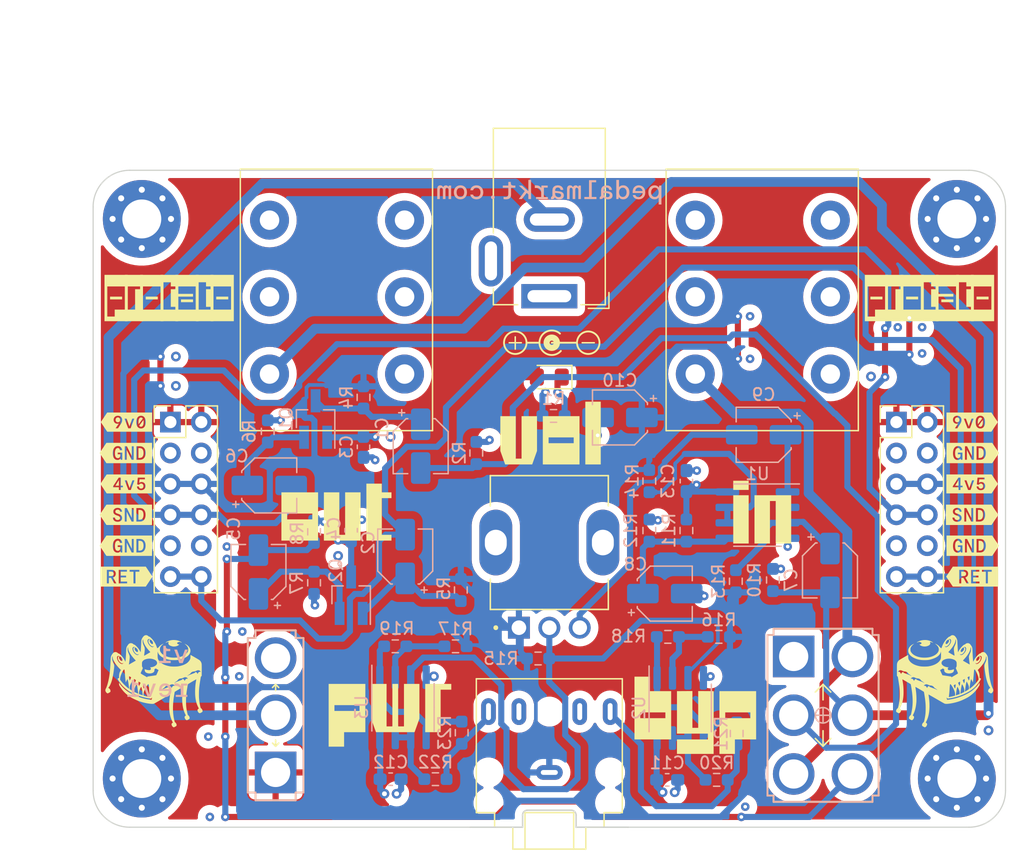
<source format=kicad_pcb>
(kicad_pcb (version 20211014) (generator pcbnew)
  (layers (0 "F.Cu" signal) (1 "In1.Cu" signal) (2 "In2.Cu" signal) (31 "B.Cu" signal) (34 "B.Paste" user) (35 "F.Paste" user) (36 "B.SilkS" user "B.Silkscreen") (37 "F.SilkS" user "F.Silkscreen") (38 "B.Mask" user) (39 "F.Mask" user) (44 "Edge.Cuts" user))
  (net 0 "")
  (net 1 "Net-(C1-Pad1)")
  (net 2 "/Return")
  (net 3 "Net-(C2-Pad1)")
  (net 4 "/Send")
  (net 5 "/Von")
  (net 6 "GND")
  (net 7 "Net-(C5-Pad1)")
  (net 8 "/SendBuf")
  (net 9 "Net-(C6-Pad1)")
  (net 10 "/ReturnBuf")
  (net 11 "Net-(C7-Pad1)")
  (net 12 "/OutJack")
  (net 13 "Net-(C8-Pad1)")
  (net 14 "Net-(C9-Pad1)")
  (net 15 "Net-(C9-Pad2)")
  (net 16 "/+4.5V")
  (net 17 "Net-(D1-Pad1)")
  (net 18 "+9V")
  (net 22 "/InJack")
  (net 26 "/HeadphoneR")
  (net 28 "/HeadphoneL")
  (net 30 "Net-(R14-Pad1)")
  (net 31 "Net-(R15-Pad1)")
  (net 32 "Net-(R16-Pad2)")
  (net 33 "Net-(R17-Pad2)")
  (net 34 "Net-(R18-Pad2)")
  (net 35 "Net-(R19-Pad2)")
  (net 36 "Net-(R20-Pad1)")
  (net 37 "Net-(R22-Pad1)")
  (footprint "kibuzzard-65D7717A" (layer "F.Cu") (at 84.4 104.8)
    (fp_text reference "kibuzzard-65D7717A" hide)
    (fp_text value "G***" hide)
  )
  (footprint "switches:SPDT.LUGS" (layer "F.Cu") (at 75 104.8 180)
    (fp_text reference "SW2" hide)
    (fp_text value "PWRSW" hide)
  )
  (footprint "kibuzzard-65D77824" (layer "F.Cu") (at 128.75 70.5)
    (fp_text reference "kibuzzard-65D77824" hide)
    (fp_text value "G***" hide)
  )
  (footprint "switches:DPDT.LUGS" (layer "F.Cu") (at 120 104.8)
    (fp_text reference "SW1" hide)
    (fp_text value "SignalSW" hide)
  )
  (footprint "kibuzzard-65D621F1" (layer "F.Cu") (at 62.6872 83.241)
    (fp_text reference "kibuzzard-65D621F1" hide)
    (fp_text value "G***" hide)
  )
  (footprint "LOGO" (layer "F.Cu") (at 130 102)
    (fp_text reference "G***" hide)
    (fp_text value "LOGO" hide)
  )
  (footprint "tayda-6mm35-jack-pcb-compact:tayda-6mm35-jack-pcb-compact" (layer "F.Cu") (at 81.4 59.9 90)
    (fp_text reference "J6" hide)
    (fp_text value "Out")
  )
  (footprint "kibuzzard-65D7710E" (layer "F.Cu") (at 115 88.1)
    (fp_text reference "kibuzzard-65D7710E" hide)
    (fp_text value "G***" hide)
  )
  (footprint "kibuzzard-65D6222D" (layer "F.Cu") (at 62.6872 90.861)
    (fp_text reference "kibuzzard-65D6222D" hide)
    (fp_text value "G***" hide)
  )
  (footprint "Symbol:Symbol_Barrel_Polarity" (layer "F.Cu") (at 97.7 74.1)
    (fp_text reference "REF**" hide)
    (fp_text value "Symbol_Barrel_Polarity")
  )
  (footprint "kibuzzard-65D61F98" (layer "F.Cu") (at 132.3086 83.241)
    (fp_text reference "kibuzzard-65D61F98" hide)
    (fp_text value "G***" hide)
  )
  (footprint "MountingHole:MountingHole_3.2mm_M3_Pad_Via" (layer "F.Cu") (at 64 110)
    (fp_text reference "H3" hide)
    (fp_text value "BL")
  )
  (footprint "LED_SMD:LED_0805_2012Metric_Pad1.15x1.40mm_HandSolder" (layer "F.Cu") (at 97.5 77 180)
    (fp_text reference "D1" hide)
    (fp_text value "PWRLED")
  )
  (footprint "tayda-6mm35-jack-pcb-compact:tayda-6mm35-jack-pcb-compact" (layer "F.Cu") (at 116.4 59.9 90)
    (fp_text reference "J5" hide)
    (fp_text value "In")
  )
  (footprint "kibuzzard-65D61F98" (layer "F.Cu") (at 132.3086 90.861)
    (fp_text reference "kibuzzard-65D61F98" hide)
    (fp_text value "G***" hide)
  )
  (footprint "kibuzzard-65D77151" (layer "F.Cu") (at 97.6 81.6)
    (fp_text reference "kibuzzard-65D77151" hide)
    (fp_text value "G***" hide)
  )
  (footprint "MountingHole:MountingHole_3.2mm_M3_Pad_Via" (layer "F.Cu") (at 131 110)
    (fp_text reference "H4" hide)
    (fp_text value "BR")
  )
  (footprint "kibuzzard-65D6223E" (layer "F.Cu") (at 62.738 93.401)
    (fp_text reference "kibuzzard-65D6223E" hide)
    (fp_text value "G***" hide)
  )
  (footprint "kibuzzard-65D621FF" (layer "F.Cu") (at 62.7126 85.781)
    (fp_text reference "kibuzzard-65D621FF" hide)
    (fp_text value "G***" hide)
  )
  (footprint "Connector_Audio:Jack_3.5mm_CUI_SJ1-3525N_Horizontal" (layer "F.Cu") (at 97.5 109.5)
    (fp_text reference "J7" hide)
    (fp_text value "Headphone")
    (fp_line (start 1.8 3.1) (end -1.8 3.1) (layer "Edge.Cuts") (width 0.12))
    (fp_line (start 2.2 3.5) (end 2.2 4.5) (layer "Edge.Cuts") (width 0.12))
    (fp_line (start -2.2 3.5) (end -2.2 4.5) (layer "Edge.Cuts") (width 0.12))
    (fp_line (start -2.2 4.5) (end -6.5 4.5) (layer "Edge.Cuts") (width 0.12))
    (fp_line (start 2.2 4.5) (end 6.5 4.5) (layer "Edge.Cuts") (width 0.12))
    (fp_arc (start 1.8 3.1) (mid 2.082843 3.217157) (end 2.2 3.5) (layer "Edge.Cuts") (width 0.12))
    (fp_arc (start -2.2 3.5) (mid -2.082842 3.217158) (end -1.8 3.1) (layer "Edge.Cuts") (width 0.12))
  )
  (footprint "kibuzzard-65D621E9" (layer "F.Cu") (at 62.738 80.701)
    (fp_text reference "kibuzzard-65D621E9" hide)
    (fp_text value "G***" hide)
  )
  (footprint "kibuzzard-65D62017" (layer "F.Cu") (at 132.2578 80.701)
    (fp_text reference "kibuzzard-65D62017" hide)
    (fp_text value "G***" hide)
  )
  (footprint "kibuzzard-65D61F93" (layer "F.Cu") (at 132.2578 85.781)
    (fp_text reference "kibuzzard-65D61F93" hide)
    (fp_text value "G***" hide)
  )
  (footprint "Connector_PinHeader_2.54mm:PinHeader_2x06_P2.54mm_Vertical" (layer "F.Cu") (at 66.35 80.701)
    (fp_text reference "J8" hide)
    (fp_text value "Conn")
  )
  (footprint "Connector_BarrelJack:BarrelJack_GCT_DCJ200-10-A_Horizontal" (layer "F.Cu") (at 97.5 70.35 180)
    (fp_text reference "J4" hide)
    (fp_text value "PWR")
  )
  (footprint "kibuzzard-65D77183" (layer "F.Cu") (at 109.5 104.8)
    (fp_text reference "kibuzzard-65D77183" hide)
    (fp_text value "G***" hide)
  )
  (footprint "kibuzzard-65D7712F" (layer "F.Cu") (at 80 88.1)
    (fp_text reference "kibuzzard-65D7712F" hide)
    (fp_text value "G***" hide)
  )
  (footprint "MountingHole:MountingHole_3.2mm_M3_Pad_Via" (layer "F.Cu") (at 64 64)
    (fp_text reference "H1" hide)
    (fp_text value "TL")
  )
  (footprint "kibuzzard-65D62054" (layer "F.Cu") (at 132.2578 93.401)
    (fp_text reference "kibuzzard-65D62054" hide)
    (fp_text value "G***" hide)
  )
  (footprint "R0904NB10KL-25KQ:V3_TRIM_R0904NB10KL-Keepout" (layer "F.Cu") (at 97.5 90.6)
    (fp_text reference "RV1" hide)
    (fp_text value "A20K")
  )
  (footprint "LOGO" (layer "F.Cu") (at 65 102)
    (fp_text reference "G***" hide)
    (fp_text value "LOGO" hide)
  )
  (footprint "kibuzzard-65D77819" (layer "F.Cu") (at 66.25 70.5)
    (fp_text reference "kibuzzard-65D77819" hide)
    (fp_text value "G***" hide)
  )
  (footprint "kibuzzard-65D0BA3D" (layer "F.Cu") (at 132.2578 88.321)
    (fp_text reference "kibuzzard-65D0BA3D" hide)
    (fp_text value "G***" hide)
  )
  (footprint "Connector_PinHeader_2.54mm:PinHeader_2x06_P2.54mm_Vertical" (layer "F.Cu") (at 126.03 80.701)
    (fp_text reference "J3" hide)
    (fp_text value "Conn")
  )
  (footprint "MountingHole:MountingHole_3.2mm_M3_Pad_Via" (layer "F.Cu") (at 131 64)
    (fp_text reference "H2" hide)
    (fp_text value "TR")
  )
  (footprint "kibuzzard-65D6221F" (layer "F.Cu") (at 62.6872 88.321)
    (fp_text reference "kibuzzard-65D6221F" hide)
    (fp_text value "G***" hide)
  )
  (footprint "Package_TO_SOT_SMD:SOT-23_Handsoldering" (layer "B.Cu") (at 78.288 80.447 90)
    (fp_text reference "Q1")
    (fp_text value "J201")
  )
  (footprint "Resistor_SMD:R_0603_1608Metric_Pad0.98x0.95mm_HandSolder" (layer "B.Cu") (at 96.576 100.132 180)
    (fp_text reference "R15")
    (fp_text value "4.7K")
  )
  (footprint "Resistor_SMD:R_0603_1608Metric_Pad0.98x0.95mm_HandSolder" (layer "B.Cu") (at 74.351 81.463 90)
    (fp_text reference "R6")
    (fp_text value "3.3K")
  )
  (footprint "Package_SO:SOIC-8_3.9x4.9mm_P1.27mm" (layer "B.Cu") (at 114.61 88.3445 180)
    (fp_text reference "U1")
    (fp_text value "TL072")
  )
  (footprint "Package_TO_SOT_SMD:SOT-23_Handsoldering" (layer "B.Cu") (at 81.209 94.925 90)
    (fp_text reference "Q2")
    (fp_text value "3904 BEC")
  )
  (footprint "Resistor_SMD:R_0603_1608Metric_Pad0.98x0.95mm_HandSolder" (layer "B.Cu") (at 78.161 93.909 -90)
    (fp_text reference "R7")
    (fp_text value "3.3K")
  )
  (footprint "Resistor_SMD:R_0603_1608Metric_Pad0.98x0.95mm_HandSolder" (layer "B.Cu") (at 111.435 98.354 180)
    (fp_text reference "R16")
    (fp_text value "1K")
  )
  (footprint "Capacitor_SMD:CP_Elec_4x5.4" (layer "B.Cu") (at 85.654 91.75 90)
    (fp_text reference "C2")
    (fp_text value "470n")
  )
  (footprint "Resistor_SMD:R_0603_1608Metric_Pad0.98x0.95mm_HandSolder" (layer "B.Cu") (at 88.138 110.053)
    (fp_text reference "R22")
    (fp_text value "1K")
  )
  (footprint "Capacitor_SMD:C_0603_1608Metric_Pad1.08x0.95mm_HandSolder" (layer "B.Cu") (at 82.225 82.733 -90)
    (fp_text reference "C3")
    (fp_text value "100n")
  )
  (footprint "Capacitor_SMD:CP_Elec_4x5.4" (layer "B.Cu") (at 73.589 93.02 90)
    (fp_text reference "C5")
    (fp_text value "4.7u")
  )
  (footprint "Resistor_SMD:R_0603_1608Metric_Pad0.98x0.95mm_HandSolder" (layer "B.Cu") (at 105.72 89.6145 90)
    (fp_text reference "R12")
    (fp_text value "10K")
  )
  (footprint "Capacitor_SMD:CP_Elec_4x5.4" (layer "B.Cu") (at 86.924 82.677 -90)
    (fp_text reference "C1")
    (fp_text value "100n")
  )
  (footprint "Resistor_SMD:R_0603_1608Metric_Pad0.98x0.95mm_HandSolder" (layer "B.Cu") (at 111.252 110.109)
    (fp_text reference "R20")
    (fp_text value "1K")
  )
  (footprint "Capacitor_SMD:C_0603_1608Metric_Pad1.08x0.95mm_HandSolder" (layer "B.Cu") (at 107.188 110.109)
    (fp_text reference "C11")
    (fp_text value "100n")
  )
  (footprint "Resistor_SMD:R_0603_1608Metric_Pad0.98x0.95mm_HandSolder" (layer "B.Cu") (at 89.789 99.131 180)
    (fp_text reference "R17")
    (fp_text value "1K")
  )
  (footprint "Capacitor_SMD:CP_Elec_4x5.4" (layer "B.Cu") (at 120.57 92.8945 -90)
    (fp_text reference "C7")
    (fp_text value "100n")
  )
  (footprint "Resistor_SMD:R_0603_1608Metric_Pad0.98x0.95mm_HandSolder" (layer "B.Cu") (at 108.768 89.6145 -90)
    (fp_text reference "R11")
    (fp_text value "10K")
  )
  (footprint "Package_SO:SOIC-8_3.9x4.9mm_P1.27mm" (layer "B.Cu") (at 85.471 104.14 -90)
    (fp_text reference "U3")
    (fp_text value "NE5532")
  )
  (footprint "Resistor_SMD:R_0603_1608Metric_Pad0.98x0.95mm_HandSolder" (layer "B.Cu") (at 91.496 83.241 90)
    (fp_text reference "R2")
    (fp_text value "1M")
  )
  (footprint "Resistor_SMD:R_0603_1608Metric_Pad0.98x0.95mm_HandSolder" (layer "B.Cu") (at 84.836 99.131 180)
    (fp_text reference "R19")
    (fp_text value "2.2K")
  )
  (footprint "Resistor_SMD:R_0603_1608Metric_Pad0.98x0.95mm_HandSolder" (layer "B.Cu") (at 82.225 78.669 90)
    (fp_text reference "R4")
    (fp_text value "1M")
  )
  (footprint "Capacitor_SMD:C_0603_1608Metric_Pad1.08x0.95mm_HandSolder" (layer "B.Cu") (at 84.455 110.053)
    (fp_text reference "C12")
    (fp_text value "100n")
  )
  (footprint "Capacitor_SMD:CP_Elec_4x5.4" (layer "B.Cu") (at 106.99 94.798)
    (fp_text reference "C8")
    (fp_text value "10u")
  )
  (footprint "Capacitor_SMD:CP_Elec_4x5.4" (layer "B.Cu") (at 103.307 80.32 180)
    (fp_text reference "C10")
    (fp_text value "470u")
  )
  (footprint "Capacitor_SMD:C_0603_1608Metric_Pad1.08x0.95mm_HandSolder" (layer "B.Cu") (at 81.209 89.591 90)
    (fp_text reference "C4")
    (fp_text value "100n")
  )
  (footprint "Resistor_SMD:R_0603_1608Metric_Pad0.98x0.95mm_HandSolder" (layer "B.Cu") (at 78.161 89.718 90)
    (fp_text reference "R8")
    (fp_text value "10K")
  )
  (footprint "Resistor_SMD:R_0603_1608Metric_Pad0.98x0.95mm_HandSolder" (layer "B.Cu") (at 97.846 80.193 180)
    (fp_text reference "R1")
    (fp_text value "2.2K")
  )
  (footprint "Resistor_SMD:R_0603_1608Metric_Pad0.98x0.95mm_HandSolder" (layer "B.Cu") (at 112.903 106.299 -90)
    (fp_text reference "R21")
    (fp_text value "1K")
  )
  (footprint "Resistor_SMD:R_0603_1608Metric_Pad0.98x0.95mm_HandSolder" (layer "B.Cu") (at 90.297 106.233 -90)
    (fp_text reference "R23")
    (fp_text value "1K")
  )
  (footprint "Resistor_SMD:R_0603_1608Metric_Pad0.98x0.95mm_HandSolder" (layer "B.Cu") (at 90.226 94.5 90)
    (fp_text reference "R5")
    (fp_text value "200K")
  )
  (footprint "Resistor_SMD:R_0603_1608Metric_Pad0.98x0.95mm_HandSolder" (layer "B.Cu") (at 112.832 93.782 -90)
    (fp_text reference "R13")
    (fp_text value "1M")
  )
  (footprint "Resistor_SMD:R_0603_1608Metric_Pad0.98x0.95mm_HandSolder" (layer "B.Cu") (at 115.88 93.6785 90)
    (fp_text reference "R10")
    (fp_text value "1M")
  )
  (footprint "Resistor_SMD:R_0603_1608Metric_Pad0.98x0.95mm_HandSolder" (layer "B.Cu") (at 107.244 98.354 180)
    (fp_text reference "R18")
    (fp_text value "2.2K")
  )
  (footprint "kibuzzard-65DA328B" (layer "B.Cu") (at 97.5 61.8 180)
    (fp_text reference "kibuzzard-65DA328B" hide)
    (fp_text value "G***" hide)
  )
  (footprint "Capacitor_SMD:CP_Elec_4x5.4" (layer "B.Cu") (at 74.478 85.908)
    (fp_text reference "C6")
    (fp_text value "4.7u")
  )
  (footprint "Resistor_SMD:R_0603_1608Metric_Pad0.98x0.95mm_HandSolder" (layer "B.Cu") (at 105.72 85.5505 90)
    (fp_text reference "R14")
    (fp_text value "10")
  )
  (footprint "Capacitor_SMD:C_0603_1608Metric_Pad1.08x0.95mm_HandSolder" (layer "B.Cu") (at 108.768 85.5505 90)
    (fp_text reference "C13")
    (fp_text value "100n")
  )
  (footprint "Package_SO:SOIC-8_3.9x4.9mm_P1.27mm" (layer "B.Cu") (at 108.26 104.196 -90)
    (fp_text reference "U2")
    (fp_text value "NE5532")
  )
  (footprint "kibuzzard-65DA3308" (layer "B.Cu") (at 65.3 101.2 180)
    (fp_text reference "kibuzzard-65DA3308" hide)
    (fp_text value "G***" hide)
  )
  (footprint "Capacitor_SMD:CP_Elec_4x5.4" (layer "B.Cu") (at 115.118 81.7405 180)
    (fp_text reference "C9")
    (fp_text value "100n")
  )
  (gr_line (start 94.2 74.175) (end 95.2 74.175) (layer "F.SilkS") (width 0.12))
  (gr_line (start 100.2 74.175) (end 101.2 74.175) (layer "F.SilkS") (width 0.12))
  (gr_line (start 94.7 73.7) (end 94.7 74.7) (layer "F.SilkS") (width 0.12))
  (gr_line (start 94.7 74.175) (end 94.7 73.7) (layer "F.SilkS") (width 0.12))
  (gr_arc (start 63 114) (mid 60.87868 113.12132) (end 60 111) (layer "Edge.Cuts") (width 0.1))
  (gr_line (start 60 111) (end 60 63) (layer "Edge.Cuts") (width 0.1))
  (gr_arc (start 132 60) (mid 134.12132 60.87868) (end 135 63) (layer "Edge.Cuts") (width 0.1))
  (gr_line (start 104 114) (end 132 114) (layer "Edge.Cuts") (width 0.1))
  (gr_line (start 63 60) (end 132 60) (layer "Edge.Cuts") (width 0.1))
  (gr_arc (start 135 111) (mid 134.12132 113.12132) (end 132 114) (layer "Edge.Cuts") (width 0.1))
  (gr_line (start 91 114) (end 63 114) (layer "Edge.Cuts") (width 0.1))
  (gr_arc (start 60 63) (mid 60.87868 60.87868) (end 63 60) (layer "Edge.Cuts") (width 0.1))
  (gr_line (start 135 63) (end 135 111) (layer "Edge.Cuts") (width 0.1))
  (segment (start 78.9225 79.5815) (end 78.288 78.947) (width 0.5) (layer "B.Cu") (net 1))
  (segment (start 82.225 79.5815) (end 82.9075 80.264) (width 0.5) (layer "B.Cu") (net 1))
  (segment (start 82.9075 80.264) (end 86.311 80.264) (width 0.5) (layer "B.Cu") (net 1))
  (segment (start 82.225 79.5815) (end 78.9225 79.5815) (width 0.5) (layer "B.Cu") (net 1))
  (segment (start 86.311 80.264) (end 86.924 80.877) (width 0.5) (layer "B.Cu") (net 1))
  (segment (start 68.89 95.39) (end 70.5 97) (width 0.5) (layer "B.Cu") (net 2))
  (segment (start 68.89 93.401) (end 66.35 93.401) (width 0.5) (layer "B.Cu") (net 2))
  (segment (start 108.5 68) (end 102 74.5) (width 0.5) (layer "B.Cu") (net 2))
  (segment (start 122.5 68) (end 108.5 68) (width 0.5) (layer "B.Cu") (net 2))
  (segment (start 128.950105 73.950105) (end 123.950105 73.950105) (width 0.5) (layer "B.Cu") (net 2))
  (segment (start 123.5 73.5) (end 123.5 69) (width 0.5) (layer "B.Cu") (net 2))
  (segment (start 82.175 94.825) (end 83.5 93.5) (width 0.5) (layer "B.Cu") (net 2))
  (segment (start 68.89 93.401) (end 68.89 95.39) (width 0.5) (layer "B.Cu") (net 2))
  (segment (start 83.5 90.5) (end 84.05 89.95) (width 0.5) (layer "B.Cu") (net 2))
  (segment (start 81.109 95.225) (end 81.509 94.825) (width 0.5) (layer "B.Cu") (net 2))
  (segment (start 84 88.296) (end 85.654 89.95) (width 0.5) (layer "B.Cu") (net 2))
  (segment (start 70.5 97) (end 77 97) (width 0.5) (layer "B.Cu") (net 2))
  (segment (start 88.273 82.727) (end 85.773 82.727) (width 0.5) (layer "B.Cu") (net 2))
  (segment (start 80.5 98.5) (end 81.109 97.891) (width 0.5) (layer "B.Cu") (net 2))
  (segment (start 77 97) (end 78.5 98.5) (width 0.5) (layer "B.Cu") (net 2))
  (segment (start 128.57 93.401) (end 131.099 93.401) (width 0.5) (layer "B.Cu") (net 2))
  (segment (start 102 74.5) (end 94 74.5) (width 0.5) (layer "B.Cu") (net 2))
  (segment (start 123.5 69) (end 122.5 68) (width 0.5) (layer "B.Cu") (net 2))
  (segment (start 131.099 93.401) (end 131.318 93.182) (width 0.5) (layer "B.Cu") (net 2))
  (segment (start 84 84.5) (end 84 88.296) (width 0.5) (layer "B.Cu") (net 2))
  (segment (start 85.773 82.727) (end 84 84.5) (width 0.5) (layer "B.Cu") (net 2))
  (segment (start 128.57 93.401) (end 126.03 93.401) (width 0.5) (layer "B.Cu") (net 2))
  (segment (start 131.318 93.182) (end 131.318 76.318) (width 0.5) (layer "B.Cu") (net 2))
  (segment (start 81.509 94.825) (end 82.175 94.825) (width 0.5) (layer "B.Cu") (net 2))
  (segment (start 123.950105 73.950105) (end 123.5 73.5) (width 0.5) (layer "B.Cu") (net 2))
  (segment (start 131.318 76.318) (end 128.950105 73.950105) (width 0.5) (layer "B.Cu") (net 2))
  (segment (start 94 74.5) (end 89 79.5) (width 0.5) (layer "B.Cu") (net 2))
  (segment (start 89 79.5) (end 89 82) (width 0.5) (layer "B.Cu") (net 2))
  (segment (start 89 82) (end 88.273 82.727) (width 0.5) (layer "B.Cu") (net 2))
  (segment (start 83.5 93.5) (end 83.5 90.5) (width 0.5) (layer "B.Cu") (net 2))
  (segment (start 78.5 98.5) (end 80.5 98.5) (width 0.5) (layer "B.Cu") (net 2))
  (segment (start 84.05 89.95) (end 85.654 89.95) (width 0.5) (layer "B.Cu") (net 2))
  (segment (start 81.109 97.891) (end 81.109 95.225) (width 0.5) (layer "B.Cu") (net 2))
  (segment (start 87.104 95) (end 85.654 93.55) (width 0.5) (layer "B.Cu") (net 3))
  (segment (start 89.8135 95) (end 87.104 95) (width 0.5) (layer "B.Cu") (net 3))
  (segment (start 85.654 93.55) (end 85.034 93.55) (width 0.5) (layer "B.Cu") (net 3))
  (segment (start 85.034 93.55) (end 82.159 96.425) (width 0.5) (layer "B.Cu") (net 3))
  (segment (start 90.226 95.4125) (end 89.8135 95) (width 0.5) (layer "B.Cu") (net 3))
  (segment (start 94.5 83.5) (end 93.8465 84.1535) (width 0.5) (layer "B.Cu") (net 4))
  (segment (start 126 105.5) (end 126 96) (width 0.5) (layer "B.Cu") (net 4))
  (segment (start 121 80) (end 120.950862 80) (width 0.5) (layer "B.Cu") (net 4))
  (segment (start 93.8465 84.1535) (end 91.496 84.1535) (width 0.5) (layer "B.Cu") (net 4))
  (segment (start 122 86) (end 122 81) (width 0.5) (layer "B.Cu") (net 4))
  (segment (start 86.924 84.477) (end 91.1725 84.477) (width 0.5) (layer "B.Cu") (net 4))
  (segment (start 103.5 77) (end 97 77) (width 0.5) (layer "B.Cu") (net 4))
  (segment (start 94.5 79.5) (end 94.5 83.5) (width 0.5) (layer "B.Cu") (net 4))
  (segment (start 112.58995 73.5) (end 112.28995 73.8) (width 0.5) (layer "B.Cu") (net 4))
  (segment (start 114.450862 73.5) (end 112.58995 73.5) (width 0.5) (layer "B.Cu") (net 4))
  (segment (start 97 77) (end 94.5 79.5) (width 0.5) (layer "B.Cu") (net 4))
  (segment (start 124.032 107.468) (end 126 105.5) (width 0.5) (layer "B.Cu") (net 4))
  (segment (start 124.5 88.5) (end 122 86) (width 0.5) (layer "B.Cu") (net 4))
  (segment (start 106.7 73.8) (end 103.5 77) (width 0.5) (layer "B.Cu") (net 4))
  (segment (start 120.950862 80) (end 114.450862 73.5) (width 0.5) (layer "B.Cu") (net 4))
  (segment (start 126 96) (end 124.5 94.5) (width 0.5) (layer "B.Cu") (net 4))
  (segment (start 124.5 94.5) (end 124.5 88.5) (width 0.5) (layer "B.Cu") (net 4))
  (segment (start 91.1725 84.477) (end 91.496 84.1535) (width 0.5) (layer "B.Cu") (net 4))
  (segment (start 117.587 104.796) (end 120.259 107.468) (width 0.5) (layer "B.Cu") (net 4))
  (segment (start 120.259 107.468) (end 124.032 107.468) (width 0.5) (layer "B.Cu") (net 4))
  (segment (start 112.28995 73.8) (end 106.7 73.8) (width 0.5) (layer "B.Cu") (net 4))
  (segment (start 122 81) (end 121 80) (width 0.5) (layer "B.Cu") (net 4))
  (via (at 80.137 90.424) (size 0.7) (drill 0.3) (layers "F.Cu" "B.Cu") (net 5))
  (via (at 109.601 85.852) (size 0.7) (drill 0.3) (layers "F.Cu" "B.Cu") (net 5))
  (via (at 83.947 111.252) (size 0.8) (drill 0.4) (layers "F.Cu" "B.Cu") (net 5))
  (via (at 106.807 111.125) (size 0.8) (drill 0.4) (layers "F.Cu" "B.Cu") (net 5))
  (via (at 83.185 81.915) (size 0.7) (drill 0.3) (layers "F.Cu" "B.Cu") (net 5))
  (segment (start 83.5925 110.053) (end 83.5925 106.6415) (width 0.5) (layer "B.Cu") (net 5))
  (segment (start 81.209 90.4535) (end 81.209 93.425) (width 0.5) (layer "B.Cu") (net 5))
  (segment (start 106.3255 110.109) (end 106.3255 106.7005) (width 0.5) (layer "B.Cu") (net 5))
  (segment (start 109.329 85.852) (end 108.768 86.413) (width 0.5) (layer "B.Cu") (net 5))
  (segment (start 82.225 81.8705) (end 83.1405 81.8705) (width 0.5) (layer "B.Cu") (net 5))
  (segment (start 106.3255 110.109) (end 106.3255 110.6435) (width 0.5) (layer "B.Cu") (net 5))
  (segment (start 81.209 90.4535) (end 80.1665 90.4535) (width 0.5) (layer "B.Cu") (net 5))
  (segment (start 79.238 81.947) (end 82.1485 81.947) (width 0.5) (layer "B.Cu") (net 5))
  (segment (start 80.1665 90.4535) (end 80.137 90.424) (width 0.5) (layer "B.Cu") (net 5))
  (segment (start 83.947 111.252) (end 83.5925 110.8975) (width 0.5) (layer "B.Cu") (net 5))
  (segment (start 82.1485 81.947) (end 82.225 81.8705) (width 0.5) (layer "B.Cu") (net 5))
  (segment (start 108.768 86.413) (end 112.1085 86.413) (width 0.5) (layer "B.Cu") (net 5))
  (segment (start 83.5925 106.6415) (end 83.566 106.615) (width 0.5) (layer "B.Cu") (net 5))
  (segment (start 106.3255 110.6435) (end 106.807 111.125) (width 0.5) (layer "B.Cu") (net 5))
  (segment (start 106.3255 106.7005) (end 106.355 106.671) (width 0.5) (layer "B.Cu") (net 5))
  (segment (start 112.1085 86.413) (end 112.135 86.4395) (width 0.5) (layer "B.Cu") (net 5))
  (segment (start 83.5925 110.8975) (end 83.5925 110.053) (width 0.5) (layer "B.Cu") (net 5))
  (segment (start 83.1405 81.8705) (end 83.185 81.915) (width 0.5) (layer "B.Cu") (net 5))
  (segment (start 108.768 88.702) (end 108.768 86.413) (width 0.5) (layer "B.Cu") (net 5))
  (segment (start 109.601 85.852) (end 109.329 85.852) (width 0.5) (layer "B.Cu") (net 5))
  (via (at 69.596 113.157) (size 0.7) (drill 0.3) (layers "F.Cu" "B.Cu") (net 6))
  (via (at 101.473 81.788) (size 0.7) (drill 0.3) (layers "F.Cu" "B.Cu") (net 6))
  (via (at 117.094 90.932) (size 0.7) (drill 0.3) (layers "F.Cu" "B.Cu") (net 6))
  (via (at 126.143388 72.905179) (size 0.7) (drill 0.3) (layers "F.Cu" "B.Cu") (net 6))
  (via (at 84.946503 111.252) (size 0.8) (drill 0.4) (layers "F.Cu" "B.Cu") (net 6))
  (via (at 78.994 88.9) (size 0.7) (drill 0.3) (layers "F.Cu" "B.Cu") (net 6))
  (via (at 110.236 94.996) (size 0.7) (drill 0.3) (layers "F.Cu" "B.Cu") (net 6))
  (via (at 116.53 92.766) (size 0.7) (drill 0.3) (layers "F.Cu" "B.Cu") (net 6))
  (via (at 82.0865 88.7285) (size 0.7) (drill 0.3) (layers "F.Cu" "B.Cu") (net 6))
  (via (at 66.802 75.311) (size 0.8) (drill 0.4) (layers "F.Cu" "B.Cu") (net 6))
  (via (at 123.941812 76.951812) (size 0.8) (drill 0.4) (layers "F.Cu" "B.Cu") (net 6))
  (via (at 75.4055 80.5505) (size 0.7) (drill 0.3) (layers "F.Cu" "B.Cu") (net 6))
  (via (at 83.185 83.82) (size 0.7) (drill 0.3) (layers "F.Cu" "B.Cu") (net 6))
  (via (at 133.604 106.045) (size 0.8) (drill 0.4) (layers "F.Cu" "B.Cu") (net 6))
  (via (at 114 72) (size 0.7) (drill 0.3) (layers "F.Cu" "B.Cu") (net 6))
  (via (at 97.176549 78.239422) (size 0.7) (drill 0.3) (layers "F.Cu" "B.Cu") (net 6))
  (via (at 128.143 75.057) (size 0.7) (drill 0.3) (layers "F.Cu" "B.Cu") (net 6))
  (via (at 72.263 97.917) (size 0.7) (drill 0.3) (layers "F.Cu" "B.Cu") (net 6))
  (via (at 92.583 82.169) (size 0.7) (drill 0.3) (layers "F.Cu" "B.Cu") (net 6))
  (via (at 80.137 91.694) (size 0.8) (drill 0.4) (layers "F.Cu" "B.Cu") (net 6))
  (via (at 72.009 101.6) (size 0.7) (drill 0.3) (layers "F.Cu" "B.Cu") (net 6))
  (via (at 88.011 101.6) (size 0.8) (drill 0.4) (layers "F.Cu" "B.Cu") (net 6))
  (via (at 109.622 84.688) (size 0.7) (drill 0.3) (layers "F.Cu" "B.Cu") (net 6))
  (via (at 128.143 72.898) (size 0.7) (drill 0.3) (layers "F.Cu" "B.Cu") (net 6))
  (via (at 113.604233 112.316431) (size 0.7) (drill 0.3) (layers "F.Cu" "B.Cu") (net 6))
  (via (at 114 75.5) (size 0.7) (drill 0.3) (layers "F.Cu" "B.Cu") (net 6))
  (via (at 70.993 90.932) (size 0.7) (drill 0.3) (layers "F.Cu" "B.Cu") (net 6))
  (via (at 110.744 101.6) (size 0.7) (drill 0.3) (layers "F.Cu" "B.Cu") (net 6))
  (via (at 69.469 106.553) (size 0.7) (drill 0.3) (layers "F.Cu" "B.Cu") (net 6))
  (via (at 66.802 77.724) (size 0.8) (drill 0.4) (layers "F.Cu" "B.Cu") (net 6))
  (via (at 107.806503 111.125) (size 0.8) (drill 0.4) (layers "F.Cu" "B.Cu") (net 6))
  (via (at 78.232 95.758) (size 0.7) (drill 0.3) (layers "F.Cu" "B.Cu") (net 6))
  (via (at 106.426 88.773) (size 0.7) (drill 0.3) (layers "F.Cu" "B.Cu") (net 6))
  (via (at 84.455 81.915) (size 0.8) (drill 0.4) (layers "F.Cu" "B.Cu") (net 6))
  (segment (start 87.376 101.665) (end 87.946 101.665) (width 0.5) (layer "B.Cu") (net 6))
  (segment (start 78.161 95.687) (end 78.232 95.758) (width 0.5) (layer "B.Cu") (net 6))
  (segment (start 109.622 84.688) (end 108.768 84.688) (width 0.5) (layer "B.Cu") (net 6))
  (segment (start 96.9335 78.482471) (end 96.9335 80.193) (width 0.5) (layer "B.Cu") (net 6))
  (segment (start 106.355 88.702) (end 106.426 88.773) (width 0.5) (layer "B.Cu") (net 6))
  (segment (start 78.161 88.8055) (end 78.8995 88.8055) (width 0.5) (layer "B.Cu") (net 6))
  (segment (start 117.085 90.923) (end 117.094 90.932) (width 0.5) (layer "B.Cu") (net 6))
  (segment (start 97.176549 78.239422) (end 96.9335 78.482471) (width 0.5) (layer "B.Cu") (net 6))
  (segment (start 78.8995 88.8055) (end 78.994 88.9) (width 0.5) (layer "B.Cu") (net 6))
  (segment (start 110.038 94.798) (end 110.236 94.996) (width 0.5) (layer "B.Cu") (net 6))
  (segment (start 101.507 80.32) (end 101.507 81.754) (width 0.5) (layer "B.Cu") (net 6))
  (segment (start 110.165 101.721) (end 110.623 101.721) (width 0.5) (layer "B.Cu") (net 6))
  (segment (start 108.79 94.798) (end 110.038 94.798) (width 0.5) (layer "B.Cu") (net 6))
  (segment (start 82.225 83.5955) (end 82.9605 83.5955) (width 0.5) (layer "B.Cu") (net 6))
  (segment (start 82.0865 88.7285) (end 81.209 88.7285) (width 0.5) (layer "B.Cu") (net 6))
  (segment (start 78.161 94.8215) (end 78.161 95.687) (width 0.5) (layer "B.Cu") (net 6))
  (segment (start 87.946 101.665) (end 88.011 101.6) (width 0.5) (layer "B.Cu") (net 6))
  (segment (start 75.4055 80.5505) (end 74.351 80.5505) (width 0.5) (layer "B.Cu") (net 6))
  (segment (start 108.0505 110.881003) (end 107.806503 111.125) (width 0.5) (layer "B.Cu") (net 6))
  (segment (start 110.623 101.721) (end 110.744 101.6) (width 0.5) (layer "B.Cu") (net 6))
  (segment (start 116.53 92.766) (end 115.88 92.766) (width 0.5) (layer "B.Cu") (net 6))
  (segment (start 85.3175 110.053) (end 85.3175 110.881003) (width 0.5) (layer "B.Cu") (net 6))
  (segment (start 108.0505 110.109) (end 108.0505 110.881003) (width 0.5) (layer "B.Cu") (net 6))
  (segment (start 105.72 88.702) (end 106.355 88.702) (width 0.5) (layer "B.Cu") (net 6))
  (segment (start 101.507 81.754) (end 101.473 81.788) (width 0.5) (layer "B.Cu") (net 6))
  (segment (start 117.085 90.2495) (end 117.085 90.923) (width 0.5) (layer "B.Cu") (net 6))
  (segment (start 92.4235 82.3285) (end 92.583 82.169) (width 0.5) (layer "B.Cu") (net 6))
  (segment (start 91.496 82.3285) (end 92.4235 82.3285) (width 0.5) (layer "B.Cu") (net 6))
  (segment (start 85.3175 110.881003) (end 84.946503 111.252) (width 0.5) (layer "B.Cu") (net 6))
  (segment (start 82.9605 83.5955) (end 83.185 83.82) (width 0.5) (layer "B.Cu") (net 6))
  (segment (start 80.259 96.425) (end 80.259 94.102) (width 0.5) (layer "B.Cu") (net 7))
  (segment (start 80.259 94.102) (end 79.1535 92.9965) (width 0.5) (layer "B.Cu") (net 7))
  (segment (start 78.161 92.9965) (end 75.4125 92.9965) (width 0.5) (layer "B.Cu") (net 7))
  (segment (start 75.4125 92.9965) (end 73.589 94.82) (width 0.5) (layer "B.Cu") (net 7))
  (segment (start 79.1535 92.9965) (end 78.161 92.9965) (width 0.5) (layer "B.Cu") (net 7))
  (segment (start 125.095 73) (end 125.095 77) (width 0.5) (layer "F.Cu") (net 8))
  (segment (start 125.112655 72.982345) (end 125.095 73) (width 0.5) (layer "F.Cu") (net 8))
  (via (at 125.112655 72.982345) (size 0.7) (drill 0.3) (layers "F.Cu" "B.Cu") (net 8))
  (via (at 125.095 77) (size 0.7) (drill 0.3) (layers "F.Cu" "B.Cu") (net 8))
  (segment (start 76.278 85.908) (end 76.278 87.722) (width 0.5) (layer "B.Cu") (net 8))
  (segment (start 64.953 88.321) (end 66.35 88.321) (width 0.5) (layer "B.Cu") (net 8))
  (segment (start 99.949 73.025) (end 93.726 73.025) (width 0.5) (layer "B.Cu") (net 8))
  (segment (start 63.373 86.741) (end 64.953 88.321) (width 0.5) (layer "B.Cu") (net 8))
  (segment (start 123.825 78.27) (end 123.825 86.116) (width 0.5) (layer "B.Cu") (net 8))
  (segment (start 125.112655 72.982345) (end 125.362832 72.732168) (width 0.5) (layer "B.Cu") (net 8))
  (segment (start 70.321 88.321) (end 68.89 88.321) (width 0.5) (layer "B.Cu") (net 8))
  (segment (start 75.565 79.121) (end 73.406 79.121) (width 0.5) (layer "B.Cu") (net 8))
  (segment (start 63.373 77.216) (end 63.373 86.741) (width 0.5) (layer "B.Cu") (net 8))
  (segment (start 106.474 66.5) (end 99.949 73.025) (width 0.5) (layer "B.Cu") (net 8))
  (segment (start 123.825 86.116) (end 126.03 88.321) (width 0.5) (layer "B.Cu") (net 8))
  (segment (start 125.362832 68.362832) (end 123.5 66.5) (width 0.5) (layer "B.Cu") (net 8))
  (segment (start 125.362832 72.732168) (end 125.362832 68.362832) (width 0.5) (layer "B.Cu") (net 8))
  (segment (start 76.278 87.722) (end 75 89) (width 0.5) (layer "B.Cu") (net 8))
  (segment (start 76.938 77.398472) (end 76.938 77.748) (width 0.5) (layer "B.Cu") (net 8))
  (segment (start 71 89) (end 70.321 88.321) (width 0.5) (layer "B.Cu") (net 8))
  (segment (start 93.726 73.025) (end 92.456 74.295) (width 0.5) (layer "B.Cu") (net 8))
  (segment (start 64.135 76.454) (end 63.373 77.216) (width 0.5) (layer "B.Cu") (net 8))
  (segment (start 70.739 76.454) (end 64.135 76.454) (width 0.5) (layer "B.Cu") (net 8))
  (segment (start 92.456 74.295) (end 80.041472 74.295) (width 0.5) (layer "B.Cu") (net 8))
  (segment (start 75 89) (end 71 89) (width 0.5) (layer "B.Cu") (net 8))
  (segment (start 68.89 88.321) (end 66.35 88.321) (width 0.5) (layer "B.Cu") (net 8))
  (segment (start 123.5 66.5) (end 106.474 66.5) (width 0.5) (layer "B.Cu") (net 8))
  (segment (start 126.03 88.321) (end 128.57 88.321) (width 0.5) (layer "B.Cu") (net 8))
  (segment (start 76.938 77.748) (end 75.565 79.121) (width 0.5) (layer "B.Cu") (net 8))
  (segment (start 80.041472 74.295) (end 76.938 77.398472) (width 0.5) (layer "B.Cu") (net 8))
  (segment (start 73.406 79.121) (end 70.739 76.454) (width 0.5) (layer "B.Cu") (net 8))
  (segment (start 125.095 77) (end 123.825 78.27) (width 0.5) (layer "B.Cu") (net 8))
  (segment (start 74.7795 81.947) (end 74.351 82.3755) (width 0.5) (layer "B.Cu") (net 9))
  (segment (start 72.678 85.908) (end 72.678 84.0485) (width 0.5) (layer "B.Cu") (net 9))
  (segment (start 77.338 81.947) (end 74.7795 81.947) (width 0.5) (layer "B.Cu") (net 9))
  (segment (start 72.678 84.0485) (end 74.351 82.3755) (width 0.5) (layer "B.Cu") (net 9))
  (segment (start 99.822 111.887) (end 94.361 111.887) (width 0.5) (layer "F.Cu") (net 10))
  (segment (start 113.284 113.157) (end 101.092 113.157) (width 0.5) (layer "F.Cu") (net 10))
  (segment (start 70.993 91.948) (end 70.993 97.917) (width 0.5) (layer "F.Cu") (net 10))
  (segment (start 94.361 111.887) (end 93.091 113.157) (width 0.5) (layer "F.Cu") (net 10))
  (segment (start 101.092 113.157) (end 99.822 111.887) (width 0.5) (layer "F.Cu") (net 10))
  (segment (start 70.866 106.553) (end 70.866 101.6895) (width 0.5) (layer "F.Cu") (net 10))
  (segment (start 93.091 113.157) (end 70.866 113.157) (width 0.5) (layer "F.Cu") (net 10))
  (via (at 70.866 101.6895) (size 0.7) (drill 0.3) (layers "F.Cu" "B.Cu") (net 10))
  (via (at 113.284 113.157) (size 0.7) (drill 0.3) (layers "F.Cu" "B.Cu") (net 10))
  (via (at 70.993 91.948) (size 0.7) (drill 0.3) (layers "F.Cu" "B.Cu") (net 10))
  (via (at 70.866 113.157) (size 0.7) (drill 0.3) (layers "F.Cu" "B.Cu") (net 10))
  (via (at 70.993 97.917) (size 0.7) (drill 0.3) (layers "F.Cu" "B.Cu") (net 10))
  (via (at 70.866 106.553) (size 0.7) (drill 0.3) (layers "F.Cu" "B.Cu") (net 10))
  (segment (start 70.866 98.044) (end 70.993 97.917) (width 0.5) (layer "B.Cu") (net 10))
  (segment (start 118.886 113.157) (end 122.417 109.626) (width 0.5) (layer "B.Cu") (net 10))
  (segment (start 113.284 113.157) (end 118.886 113.157) (width 0.5) (layer "B.Cu") (net 10))
  (segment (start 70.866 113.157) (end 70.866 106.553) (width 0.5) (layer "B.Cu") (net 10))
  (segment (start 70.866 101.6895) (end 70.866 98.044) (width 0.5) (layer "B.Cu") (net 10))
  (segment (start 73.589 91.22) (end 77.5715 91.22) (width 0.5) (layer "B.Cu") (net 10))
  (segment (start 77.5715 91.22) (end 78.161 90.6305) (width 0.5) (layer "B.Cu") (net 10))
  (segment (start 70.993 91.948) (end 72.861 91.948) (width 0.5) (layer "B.Cu") (net 10))
  (segment (start 72.861 91.948) (end 73.589 91.22) (width 0.5) (layer "B.Cu") (net 10))
  (segment (start 115.7445 88.9795) (end 115.316 89.408) (width 0.5) (layer "B.Cu") (net 11))
  (segment (start 117.085 88.9795) (end 115.7445 88.9795) (width 0.5) (layer "B.Cu") (net 11))
  (segment (start 115.316 90.424) (end 112.8705 92.8695) (width 0.5) (layer "B.Cu") (net 11))
  (segment (start 117.1645 88.9) (end 117.085 88.9795) (width 0.5) (layer "B.Cu") (net 11))
  (segment (start 112.8705 92.8695) (end 112.832 92.8695) (width 0.5) (layer "B.Cu") (net 11))
  (segment (start 118.364 88.9) (end 117.1645 88.9) (width 0.5) (layer "B.Cu") (net 11))
  (segment (start 120.5585 91.0945) (end 118.364 88.9) (width 0.5) (layer "B.Cu") (net 11))
  (segment (start 120.57 91.0945) (end 120.5585 91.0945) (width 0.5) (layer "B.Cu") (net 11))
  (segment (start 115.316 89.408) (end 115.316 90.424) (width 0.5) (layer "B.Cu") (net 11))
  (segment (start 122.417 104.796) (end 133.456 104.796) (width 0.8) (layer "F.Cu") (net 12))
  (segment (start 133.456 104.796) (end 133.604 104.648) (width 0.5) (layer "F.Cu") (net 12))
  (via (at 133.604 104.648) (size 0.8) (drill 0.4) (layers "F.Cu" "B.Cu") (net 12))
  (segment (start 124.841 64.77) (end 133.604 73.533) (width 0.8) (layer "B.Cu") (net 12))
  (segment (start 94.3 69.212742) (end 94.3 69.2) (width 0.8) (layer "B.Cu") (net 12))
  (segment (start 94.3 69.2) (end 95.5 68) (width 0.8) (layer "B.Cu") (net 12))
  (segment (start 120.57 94.6945) (end 120.259 95.0055) (width 0.5) (layer "B.Cu") (net 12))
  (segment (start 120.259 102.638) (end 122.417 104.796) (width 0.5) (layer "B.Cu") (net 12))
  (segment (start 90.487742 73.025) (end 94.3 69.212742) (width 0.8) (layer "B.Cu") (net 12))
  (segment (start 115.9835 94.6945) (end 115.88 94.591) (width 0.5) (layer "B.Cu") (net 12))
  (segment (start 124.841 62.865) (end 124.841 64.77) (width 0.8) (layer "B.Cu") (net 12))
  (segment (start 100.5 68) (end 107.54 60.96) (width 0.8) (layer "B.Cu") (net 12))
  (segment (start 74.5 76.75) (end 78.225 73.025) (width 0.8) (layer "B.Cu") (net 12))
  (segment (start 95.5 68) (end 100.5 68) (width 0.8) (layer "B.Cu") (net 12))
  (segment (start 107.54 60.96) (end 122.936 60.96) (width 0.8) (layer "B.Cu") (net 12))
  (segment (start 120.57 94.6945) (end 115.9835 94.6945) (width 0.5) (layer "B.Cu") (net 12))
  (segment (start 122.936 60.96) (end 124.841 62.865) (width 0.8) (layer "B.Cu") (net 12))
  (segment (start 120.259 95.0055) (end 120.259 102.638) (width 0.5) (layer "B.Cu") (net 12))
  (segment (start 78.225 73.025) (end 90.487742 73.025) (width 0.8) (layer "B.Cu") (net 12))
  (segment (start 133.604 73.533) (end 133.604 104.648) (width 0.8) (layer "B.Cu") (net 12))
  (segment (start 111.8575 90.527) (end 112.135 90.2495) (width 0.5) (layer "B.Cu") (net 13))
  (segment (start 108.768 90.527) (end 111.8575 90.527) (width 0.5) (layer "B.Cu") (net 13))
  (segment (start 105.19 94.798) (end 105.19 91.057) (width 0.5) (layer "B.Cu") (net 13))
  (segment (start 105.19 91.057) (end 105.72 90.527) (width 0.5) (layer "B.Cu") (net 13))
  (segment (start 105.72 90.527) (end 108.768 90.527) (width 0.5) (layer "B.Cu") (net 13))
  (segment (start 117.085 86.4395) (end 117.085 81.9075) (width 0.5) (layer "B.Cu") (net 14))
  (segment (start 117.085 81.9075) (end 116.918 81.7405) (width 0.5) (layer "B.Cu") (net 14))
  (segment (start 117.085 87.7095) (end 117.085 86.4395) (width 0.5) (layer "B.Cu") (net 14))
  (segment (start 100 97.6) (end 100 96.5) (width 0.5) (layer "B.Cu") (net 15))
  (segment (start 100 96.5) (end 104.14 92.36) (width 0.5) (layer "B.Cu") (net 15))
  (segment (start 106.07835 85.598) (end 105.029 85.598) (width 0.3) (layer "B.Cu") (net 15))
  (segment (start 104.14 86.487) (end 104.902 85.725) (width 0.5) (layer "B.Cu") (net 15))
  (segment (start 105.029 85.598) (end 104.902 85.725) (width 0.3) (layer "B.Cu") (net 15))
  (segment (start 109.215779 81.7405) (end 113.318 81.7405) (width 0.5) (layer "B.Cu") (net 15))
  (segment (start 107 83.956279) (end 109.215779 81.7405) (width 0.5) (layer "B.Cu") (net 15))
  (segment (start 106.573236 84.426764) (end 106.573236 85.103114) (width 0.3) (layer "B.Cu") (net 15))
  (segment (start 107 84) (end 107 83.956279) (width 0.5) (layer "B.Cu") (net 15))
  (segment (start 106.573236 85.103114) (end 106.07835 85.598) (width 0.3) (layer "B.Cu") (net 15))
  (segment (start 107 84) (end 106.573236 84.426764) (width 0.3) (layer "B.Cu") (net 15))
  (segment (start 104.14 92.36) (end 104.14 86.487) (width 0.5) (layer "B.Cu") (net 15))
  (segment (start 113 75.5) (end 113 72) (width 0.5) (layer "F.Cu") (net 16))
  (segment (start 65.532 77.724) (end 65.532 75.311) (width 0.5) (layer "F.Cu") (net 16))
  (segment (start 127.095424 75.152424) (end 127.095424 72.136) (width 0.5) (layer "F.Cu") (net 16))
  (via (at 113 75.5) (size 0.7) (drill 0.3) (layers "F.Cu" "B.Cu") (net 16))
  (via (at 113 72) (size 0.7) (drill 0.3) (layers "F.Cu" "B.Cu") (net 16))
  (via (at 127.095424 75.152424) (size 0.7) (drill 0.3) (layers "F.Cu" "B.Cu") (net 16))
  (via (at 127.095424 72.136) (size 0.7) (drill 0.3) (layers "F.Cu" "B.Cu") (net 16))
  (via (at 65.532 75.311) (size 0.7) (drill 0.3) (layers "F.Cu" "B.Cu") (net 16))
  (via (at 65.532 77.724) (size 0.7) (drill 0.3) (layers "F.Cu" "B.Cu") (net 16))
  (segment (start 66.929 102.489) (end 80.899 102.489) (width 0.5) (layer "B.Cu") (net 16))
  (segment (start 79.629 113.03) (end 79.629 103.759) (width 0.5) (layer "B.Cu") (net 16))
  (segment (start 99.76 111.825) (end 94.68 111.825) (width 0.5) (layer "B.Cu") (net 16))
  (segment (start 77.538 78.672) (end 77.538 77.851) (width 0.3) (layer "B.Cu") (net 16))
  (segment (start 77.742 77.647) (end 79.038 77.647) (width 0.3) (layer "B.Cu") (net 16))
  (segment (start 112.3475 95.179) (end 112.832 94.6945) (width 0.5) (layer "B.Cu") (net 16))
  (segment (start 94.1 97.6) (end 95.15 97.6) (width 0.5) (layer "B.Cu") (net 16))
  (segment (start 114.554 104.14) (end 114.554 107.823) (width 0.5) (layer "B.Cu") (net 16))
  (segment (start 111.639999 113.150001) (end 101.085001 113.150001) (width 0.5) (layer "B.Cu") (net 16))
  (segment (start 80.899 102.489) (end 81.28 102.108) (width 0.5) (layer "B.Cu") (net 16))
  (segment (start 112.3475 98.354) (end 112.3475 95.179) (width 0.5) (layer "B.Cu") (net 16))
  (segment (start 93.354999 113.150001) (end 79.749001 113.150001) (width 0.5) (layer "B.Cu") (net 16))
  (segment (start 112.3475 98.354) (end 112.3475 101.9335) (width 0.5) (layer "B.Cu") (net 16))
  (segment (start 77.343 80.264) (end 77.426 80.347) (width 0.5) (layer "B.Cu") (net 16))
  (segment (start 74.528 87.524) (end 74.168 87.884) (width 0.5) (layer "B.Cu") (net 16))
  (segment (start 112.3475 101.9335) (end 114.554 104.14) (width 0.5) (layer "B.Cu") (net 16))
  (segment (start 77.426 80.347) (end 77.934 80.347) (width 0.5) (layer "B.Cu") (net 16))
  (segment (start 114.173 108.204) (end 114.173 110.617) (width 0.5) (layer "B.Cu") (net 16))
  (segment (start 97.5 107.107) (end 97.5 109.5) (width 0.5) (layer "B.Cu") (net 16))
  (segment (start 84.312728 97.282) (end 88.8525 97.282) (width 0.5) (layer "B.Cu") (net 16))
  (segment (start 105.107 77.393) (end 105.107 80.32) (width 0.5) (layer "B.Cu") (net 16))
  (segment (start 62.484 76.708) (end 62.484 98.044) (width 0.5) (layer "B.Cu") (net 16))
  (segment (start 96.393 103.124) (end 96.393 106) (width 0.3) (layer "B.Cu") (net 16))
  (segment (start 77.978 83.947) (end 75.311 83.947) (width 0.5) (layer "B.Cu") (net 16))
  (segment (start 78.188 80.601) (end 78.188 83.737) (width 0.5) (layer "B.Cu") (net 16))
  (segment (start 77.538 77.851) (end 77.742 77.647) (width 0.3) (layer "B.Cu") (net 16))
  (segment (start 95.6635 100.132) (end 95.6635 102.5215) (width 0.5) (layer "B.Cu") (net 16))
  (segment (start 95.15 99.6185) (end 95.6635 100.132) (width 0.5) (layer "B.Cu") (net 16))
  (segment (start 77.343 78.867) (end 77.343 80.264) (width 0.5) (layer "B.Cu") (net 16))
  (segment (start 88.8525 97.282) (end 90.7015 99.131) (width 0.5) (layer "B.Cu") (net 16))
  (segment (start 62.484 98.044) (end 66.929 102.489) (width 0.5) (layer "B.Cu") (net 16))
  (segment (start 75.311 83.947) (end 74.528 84.73) (width 0.5) (layer "B.Cu") (net 16))
  (segment (start 78.188 83.737) (end 77.978 83.947) (width 0.5) (layer "B.Cu") (net 16))
  (segment (start 96.393 106) (end 97.5 107.107) (width 0.5) (layer "B.Cu") (net 16))
  (segment (start 114.173 110.617) (end 111.639999 113.150001) (width 0.5) (layer "B.Cu") (net 16))
  (segment (start 79.038 77.647) (end 79.1475 77.7565) (width 0.3) (layer "B.Cu") (net 16))
  (segment (start 95.6635 102.5215) (end 96.393 103.251) (width 0.5) (layer "B.Cu") (net 16))
  (segment (start 79.749001 113.150001) (end 79.629 113.03) (width 0.5) (layer "B.Cu") (net 16))
  (segment (start 74.528 84.73) (end 74.528 87.524) (width 0.5) (layer "B.Cu") (net 16))
  (segment (start 79.629 103.759) (end 80.899 102.489) (width 0.5) (layer "B.Cu") (net 16))
  (segment (start 81.28 100.314728) (end 84.312728 97.282) (width 0.5) (layer "B.Cu") (net 16))
  (segment (start 63.881 75.311) (end 62.484 76.708) (width 0.5) (layer "B.Cu") (net 16))
  (segment (start 90.226 93.726) (end 94.1 97.6) (width 0.5) (layer "B.Cu") (net 16))
  (segment (start 113 75.5) (end 112 74.5) (width 0.5) (layer "B.Cu") (net 16))
  (segment (start 94.68 111.825) (end 93.354999 113.150001) (width 0.5) (layer "B.Cu") (net 16))
  (segment (start 108 74.5) (end 105.107 77.393) (width 0.5) (layer "B.Cu") (net 16))
  (segment (start 95.15 97.6) (end 95.15 99.6185) (width 0.5) (layer "B.Cu") (net 16))
  (segment (start 77.343 78.867) (end 77.538 78.672) (width 0.3) (layer "B.Cu") (net 16))
  (segment (start 74.168 87.884) (end 70.993 87.884) (width 0.5) (layer "B.Cu") (net 16))
  (segment (start 112 74.5) (end 108 74.5) (width 0.5) (layer "B.Cu") (net 16))
  (segment (start 90.226 93.5875) (end 90.226 93.726) (width 0.5) (layer "B.Cu") (net 16))
  (segment (start 114.554 107.823) (end 114.173 108.204) (width 0.5) (layer "B.Cu") (net 16))
  (segment (start 81.28 102.108) (end 81.28 100.314728) (width 0.5) (layer "B.Cu") (net 16))
  (segment (start 65.532 75.311) (end 63.881 75.311) (width 0.5) (layer "B.Cu") (net 16))
  (segment (start 101.085001 113.150001) (end 99.76 111.825) (width 0.5) (layer "B.Cu") (net 16))
  (segment (start 77.934 80.347) (end 78.188 80.601) (width 0.5) (layer "B.Cu") (net 16))
  (segment (start 70.993 87.884) (end 68.89 85.781) (width 0.5) (layer "B.Cu") (net 16))
  (segment (start 79.1475 77.7565) (end 82.225 77.7565) (width 0.3) (layer "B.Cu") (net 16))
  (segment (start 98.171 77.354) (end 98.525 77) (width 0.5) (layer "F.Cu") (net 17))
  (segment (start 98.171 78.232) (end 98.171 77.354) (width 0.5) (layer "F.Cu") (net 17))
  (via (at 98.171 78.232) (size 0.7) (drill 0.3) (layers "F.Cu" "B.Cu") (net 17))
  (segment (start 98.7585 78.8195) (end 98.7585 80.193) (width 0.5) (layer "B.Cu") (net 17))
  (segment (start 98.171 78.232) (end 98.7585 78.8195) (width 0.5) (layer "B.Cu") (net 17))
  (segment (start 65.43 104.8) (end 61.27 100.64) (width 0.8) (layer "B.Cu") (net 18))
  (segment (start 61.27 100.64) (end 61.27 73.73) (width 0.8) (layer "B.Cu") (net 18))
  (segment (start 94.69 61.09) (end 97.65 64.05) (width 0.8) (layer "B.Cu") (net 18))
  (segment (start 61.27 73.73) (end 73.91 61.09) (width 0.8) (layer "B.Cu") (net 18))
  (segment (start 73.91 61.09) (end 94.69 61.09) (width 0.8) (layer "B.Cu") (net 18))
  (segment (start 75 104.8) (end 65.43 104.8) (width 0.8) (layer "B.Cu") (net 18))
  (segment (start 120.109 102.274) (end 120.109 107.104) (width 0.8) (layer "F.Cu") (net 22))
  (segment (start 122.417 99.966) (end 120.109 102.274) (width 0.8) (layer "F.Cu") (net 22))
  (segment (start 120.109 107.104) (end 117.587 109.626) (width 0.8) (layer "F.Cu") (net 22))
  (segment (start 109.5 76.75) (end 112.75 80) (width 0.8) (layer "B.Cu") (net 22))
  (segment (start 118.818 80.838418) (end 118.818 86.540418) (width 0.8) (layer "B.Cu") (net 22))
  (segment (start 122 89.722418) (end 122 99.549) (width 0.8) (layer "B.Cu") (net 22))
  (segment (start 112.75 80) (end 117.979582 80) (width 0.8) (layer "B.Cu") (net 22))
  (segment (start 122 99.549) (end 122.417 99.966) (width 0.8) (layer "B.Cu") (net 22))
  (segment (start 117.979582 80) (end 118.818 80.838418) (width 0.8) (layer "B.Cu") (net 22))
  (segment (start 118.818 86.540418) (end 122 89.722418) (width 0.8) (layer "B.Cu") (net 22))
  (segment (start 89.0505 110.053) (end 89.0505 108.392) (width 0.5) (layer "B.Cu") (net 26))
  (segment (start 92.5 104.9425) (end 92.5 104.5) (width 0.5) (layer "B.Cu") (net 26))
  (segment (start 89.0505 108.392) (end 90.297 107.1455) (width 0.5) (layer "B.Cu") (net 26))
  (segment (start 90.297 107.1455) (end 92.5 104.9425) (width 0.5) (layer "B.Cu") (net 26))
  (segment (start 112.1645 110.109) (end 112.1645 110.9745) (width 0.5) (layer "B.Cu") (net 28))
  (segment (start 112.903 107.2115) (end 112.903 109.3705) (width 0.5) (layer "B.Cu") (net 28))
  (segment (start 110.871 112.268) (end 106.299 112.268) (width 0.5) (layer "B.Cu") (net 28))
  (segment (start 106.299 112.268) (end 105.029 110.998) (width 0.5) (layer "B.Cu") (net 28))
  (segment (start 105.029 107.188) (end 102.5 104.659) (width 0.5) (layer "B.Cu") (net 28))
  (segment (start 105.029 110.998) (end 105.029 107.188) (width 0.5) (layer "B.Cu") (net 28))
  (segment (start 112.1645 110.9745) (end 110.871 112.268) (width 0.5) (layer "B.Cu") (net 28))
  (segment (start 102.5 104.659) (end 102.5 104.5) (width 0.5) (layer "B.Cu") (net 28))
  (segment (start 112.903 109.3705) (end 112.1645 110.109) (width 0.5) (layer "B.Cu") (net 28))
  (segment (start 108.634228 83.312) (end 112.268 83.312) (width 0.5) (layer "B.Cu") (net 30))
  (segment (start 112.135 88.9795) (end 112.135 87.7095) (width 0.5) (layer "B.Cu") (net 30))
  (segment (start 107.843 84.103228) (end 108.634228 83.312) (width 0.3) (layer "B.Cu") (net 30))
  (segment (start 105.72 86.463) (end 106.196 86.463) (width 0.5) (layer "B.Cu") (net 30))
  (segment (start 112.268 83.312) (end 114.3 85.344) (width 0.5) (layer "B.Cu") (net 30))
  (segment (start 107.843 85.324) (end 107.843 84.103228) (width 0.3) (layer "B.Cu") (net 30))
  (segment (start 106.704 86.463) (end 107.843 85.324) (width 0.3) (layer "B.Cu") (net 30))
  (segment (start 114.3 87.376) (end 113.9665 87.7095) (width 0.5) (layer "B.Cu") (net 30))
  (segment (start 114.3 85.344) (end 114.3 87.376) (width 0.5) (layer "B.Cu") (net 30))
  (segment (start 113.9665 87.7095) (end 112.135 87.7095) (width 0.5) (layer "B.Cu") (net 30))
  (segment (start 106.196 86.463) (end 106.704 86.463) (width 0.3) (layer "B.Cu") (net 30))
  (segment (start 97.5 100.1205) (end 97.4885 100.132) (width 0.5) (layer "B.Cu") (net 31))
  (segment (start 93.98 109.474) (end 93.98 105.918) (width 0.5) (layer "B.Cu") (net 31))
  (segment (start 111.36 98.843893) (end 111.36 98.044) (width 0.3) (layer "B.Cu") (net 31))
  (segment (start 101.925 100.132) (end 97.4885 100.132) (width 0.5) (layer "B.Cu") (net 31))
  (segment (start 93.98 105.918) (end 93.55 105.488) (width 0.5) (layer "B.Cu") (net 31))
  (segment (start 111.36 98.044) (end 111.36 97.136) (width 0.3) (layer "B.Cu") (net 31))
  (segment (start 93.55 102.313) (end 91.293 100.056) (width 0.5) (layer "B.Cu") (net 31))
  (segment (start 98.806 106.426) (end 99.822 107.442) (width 0.5) (layer "B.Cu") (net 31))
  (segment (start 95.377 110.871) (end 93.98 109.474) (width 0.5) (layer "B.Cu") (net 31))
  (segment (start 99.822 109.982) (end 98.933 110.871) (width 0.5) (layer "B.Cu") (net 31))
  (segment (start 93.55 105.488) (end 93.55 102.313) (width 0.5) (layer "B.Cu") (net 31))
  (segment (start 97.4885 100.132) (end 97.4885 102.0605) (width 0.5) (layer "B.Cu") (net 31))
  (segment (start 111.252 97.028) (end 105.029 97.028) (width 0.5) (layer "B.Cu") (net 31))
  (segment (start 108.895 101.721) (end 108.895 101.308893) (width 0.3) (layer "B.Cu") (net 31))
  (segment (start 111.36 97.136) (end 111.252 97.028) (width 0.3) (layer "B.Cu") (net 31))
  (segment (start 97.4885 102.0605) (end 98.806 103.378) (width 0.5) (layer "B.Cu") (net 31))
  (segment (start 98.933 110.871) (end 95.377 110.871) (width 0.5) (layer "B.Cu") (net 31))
  (segment (start 86.106 101.092) (end 86.106 101.665) (width 0.5) (layer "B.Cu") (net 31))
  (segment (start 99.822 107.442) (end 99.822 109.982) (width 0.5) (layer "B.Cu") (net 31))
  (segment (start 91.293 100.056) (end 87.142 100.056) (width 0.5) (layer "B.Cu") (net 31))
  (segment (start 98.806 103.378) (end 98.806 106.426) (width 0.5) (layer "B.Cu") (net 31))
  (segment (start 108.895 101.308893) (end 111.36 98.843893) (width 0.3) (layer "B.Cu") (net 31))
  (segment (start 97.5 97.75) (end 97.5 100.1205) (width 0.5) (layer "B.Cu") (net 31))
  (segment (start 87.142 100.056) (end 86.106 101.092) (width 0.5) (layer "B.Cu") (net 31))
  (segment (start 105.029 97.028) (end 101.925 100.132) (width 0.5) (layer "B.Cu") (net 31))
  (segment (start 108.1565 98.354) (end 108.1565 99.6155) (width 0.5) (layer "B.Cu") (net 32))
  (segment (start 108.1565 98.354) (end 110.5225 98.354) (width 0.5) (layer "B.Cu") (net 32))
  (segment (start 108.1565 99.6155) (end 107.625 100.147) (width 0.5) (layer "B.Cu") (net 32))
  (segment (start 107.625 100.147) (end 107.625 101.721) (width 0.5) (layer "B.Cu") (net 32))
  (segment (start 84.836 100.0435) (end 85.7485 99.131) (width 0.5) (layer "B.Cu") (net 33))
  (segment (start 84.836 101.665) (end 84.836 100.0435) (width 0.5) (layer "B.Cu") (net 33))
  (segment (start 88.8765 99.131) (end 85.7485 99.131) (width 0.5) (layer "B.Cu") (net 33))
  (segment (start 110.165 106.624) (end 111.506 105.283) (width 0.5) (layer "B.Cu") (net 34))
  (segment (start 111.506 105.283) (end 112.7995 105.283) (width 0.5) (layer "B.Cu") (net 34))
  (segment (start 110.165 106.671) (end 110.165 105.593) (width 0.5) (layer "B.Cu") (net 34))
  (segment (start 106.355 103.688) (end 106.355 101.721) (width 0.5) (layer "B.Cu") (net 34))
  (segment (start 110.165 105.593) (end 108.712 104.14) (width 0.5) (layer "B.Cu") (net 34))
  (segment (start 106.807 104.14) (end 106.355 103.688) (width 0.5) (layer "B.Cu") (net 34))
  (segment (start 110.165 106.671) (end 110.165 106.624) (width 0.5) (layer "B.Cu") (net 34))
  (segment (start 106.355 101.721) (end 106.355 98.3775) (width 0.5) (layer "B.Cu") (net 34))
  (segment (start 106.355 98.3775) (end 106.3315 98.354) (width 0.5) (layer "B.Cu") (net 34))
  (segment (start 108.712 104.14) (end 106.807 104.14) (width 0.5) (layer "B.Cu") (net 34))
  (segment (start 112.7995 105.283) (end 112.903 105.3865) (width 0.5) (layer "B.Cu") (net 34))
  (segment (start 87.7945 105.3205) (end 87.376 105.739) (width 0.5) (layer "B.Cu") (net 35))
  (segment (start 84.582 104.521) (end 86.36 104.521) (width 0.5) (layer "B.Cu") (net 35))
  (segment (start 87.376 105.537) (end 87.376 106.615) (width 0.5) (layer "B.Cu") (net 35))
  (segment (start 83.566 101.665) (end 83.566 103.505) (width 0.5) (layer "B.Cu") (net 35))
  (segment (start 83.9235 99.131) (end 83.566 99.4885) (width 0.5) (layer "B.Cu") (net 35))
  (segment (start 90.297 105.3205) (end 87.7945 105.3205) (width 0.5) (layer "B.Cu") (net 35))
  (segment (start 86.36 104.521) (end 87.376 105.537) (width 0.5) (layer "B.Cu") (net 35))
  (segment (start 87.376 105.739) (end 87.376 106.615) (width 0.5) (layer "B.Cu") (net 35))
  (segment (start 83.566 103.505) (end 84.582 104.521) (width 0.5) (layer "B.Cu") (net 35))
  (segment (start 83.566 99.4885) (end 83.566 101.665) (width 0.5) (layer "B.Cu") (net 35))
  (segment (start 108.895 108.6645) (end 108.895 106.671) (width 0.5) (layer "B.Cu") (net 36))
  (segment (start 110.3395 110.109) (end 108.895 108.6645) (width 0.5) (layer "B.Cu") (net 36))
  (segment (start 107.625 106.671) (end 108.895 106.671) (width 0.5) (layer "B.Cu") (net 36))
  (segment (start 86.106 108.9335) (end 86.106 106.615) (width 0.5) (layer "B.Cu") (net 37))
  (segment (start 87.2255 110.053) (end 86.106 108.9335) (width 0.5) (layer "B.Cu") (net 37))
  (segment (start 86.106 106.615) (end 84.836 106.615) (width 0.5) (layer "B.Cu") (net 37))
  (zone (net 5) (net_name "/Von") (layer "F.Cu") (connect_pads (clearance 0.635)) (min_thickness 0.254) (fill yes (thermal_gap 0.508) (thermal_bridge_width 0.508))
    (polygon (pts (xy 135 114) (xy 60 114) (xy 60 60) (xy 135 60)))
  )
  (zone (net 16) (net_name "/+4.5V") (layer "B.Cu") (connect_pads (clearance 0.635)) (min_thickness 0.254) (fill yes (thermal_gap 0.508) (thermal_bridge_width 0.508))
    (polygon (pts (xy 135 114) (xy 60 114) (xy 60 60) (xy 135 60)))
  )
)
</source>
